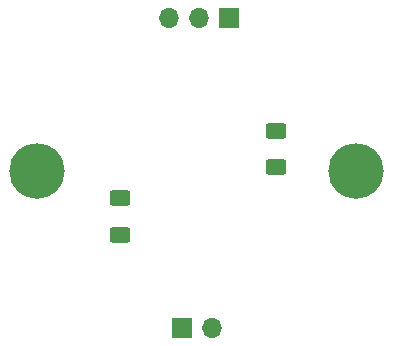
<source format=gbr>
%TF.GenerationSoftware,KiCad,Pcbnew,8.0.5*%
%TF.CreationDate,2024-09-21T18:14:30+02:00*%
%TF.ProjectId,KorryLargePCB_SMD,4b6f7272-794c-4617-9267-655043425f53,rev?*%
%TF.SameCoordinates,Original*%
%TF.FileFunction,Soldermask,Top*%
%TF.FilePolarity,Negative*%
%FSLAX46Y46*%
G04 Gerber Fmt 4.6, Leading zero omitted, Abs format (unit mm)*
G04 Created by KiCad (PCBNEW 8.0.5) date 2024-09-21 18:14:30*
%MOMM*%
%LPD*%
G01*
G04 APERTURE LIST*
G04 Aperture macros list*
%AMRoundRect*
0 Rectangle with rounded corners*
0 $1 Rounding radius*
0 $2 $3 $4 $5 $6 $7 $8 $9 X,Y pos of 4 corners*
0 Add a 4 corners polygon primitive as box body*
4,1,4,$2,$3,$4,$5,$6,$7,$8,$9,$2,$3,0*
0 Add four circle primitives for the rounded corners*
1,1,$1+$1,$2,$3*
1,1,$1+$1,$4,$5*
1,1,$1+$1,$6,$7*
1,1,$1+$1,$8,$9*
0 Add four rect primitives between the rounded corners*
20,1,$1+$1,$2,$3,$4,$5,0*
20,1,$1+$1,$4,$5,$6,$7,0*
20,1,$1+$1,$6,$7,$8,$9,0*
20,1,$1+$1,$8,$9,$2,$3,0*%
G04 Aperture macros list end*
%ADD10RoundRect,0.250000X0.625000X-0.400000X0.625000X0.400000X-0.625000X0.400000X-0.625000X-0.400000X0*%
%ADD11R,1.700000X1.700000*%
%ADD12O,1.700000X1.700000*%
%ADD13RoundRect,0.250000X-0.625000X0.400000X-0.625000X-0.400000X0.625000X-0.400000X0.625000X0.400000X0*%
%ADD14C,3.100000*%
%ADD15C,4.700000*%
G04 APERTURE END LIST*
D10*
%TO.C,RG-1*%
X54500000Y-41360000D03*
X54500000Y-38260000D03*
%TD*%
D11*
%TO.C,J2*%
X59750000Y-49250000D03*
D12*
X62290000Y-49250000D03*
%TD*%
D11*
%TO.C,J1*%
X63750000Y-23000000D03*
D12*
X61210000Y-23000000D03*
X58670000Y-23000000D03*
%TD*%
D13*
%TO.C,RW-1*%
X67750000Y-32580000D03*
X67750000Y-35680000D03*
%TD*%
D14*
%TO.C,H2*%
X74500000Y-36000000D03*
D15*
X74500000Y-36000000D03*
%TD*%
D14*
%TO.C,H1*%
X47500000Y-36000000D03*
D15*
X47500000Y-36000000D03*
%TD*%
M02*

</source>
